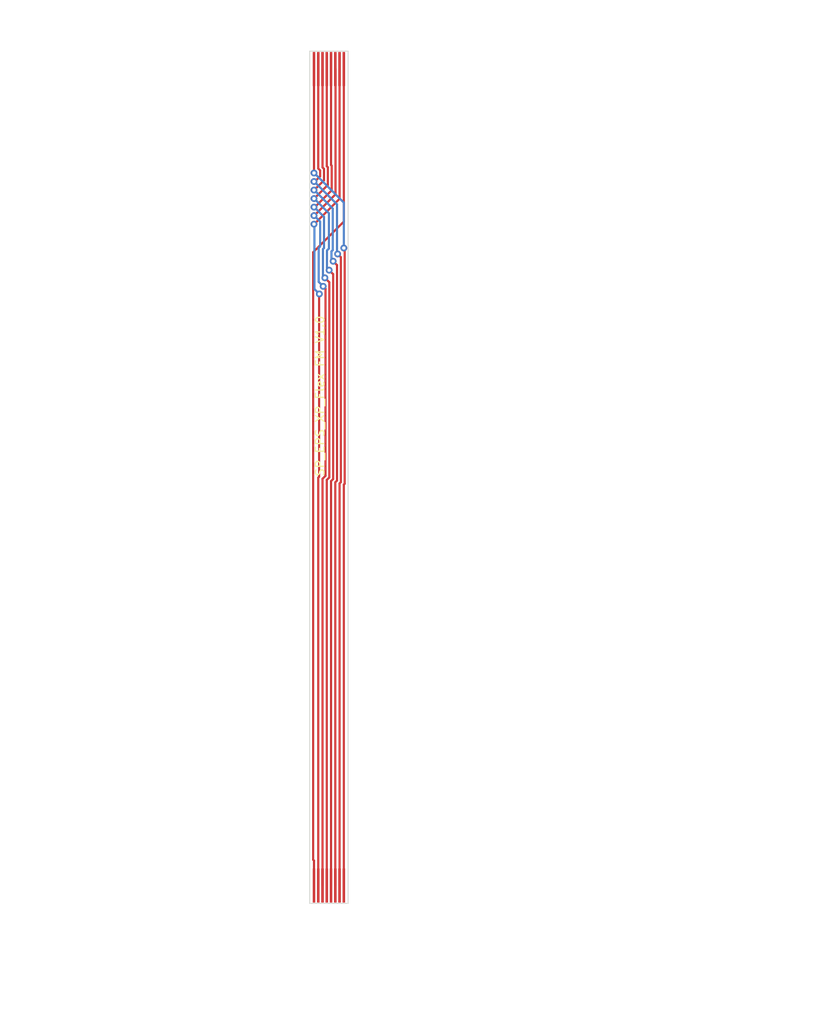
<source format=kicad_pcb>
(kicad_pcb (version 20240108) (generator "pcbnew") (generator_version "8.0")
  (layers (0 "F.Cu" signal) (31 "B.Cu" signal) (34 "B.Paste" user) (35 "F.Paste" user) (36 "B.SilkS" user "B.Silkscreen") (37 "F.SilkS" user "F.Silkscreen") (38 "B.Mask" user) (39 "F.Mask" user) (44 "Edge.Cuts" user))
  (net 0 "")
  (net 1 "8")
  (net 2 "7")
  (net 3 "6")
  (net 4 "5")
  (net 5 "4")
  (net 6 "3")
  (net 7 "2")
  (net 8 "1")
  (footprint "STS_connector:flexpcb con." (layer "F.Cu") (at 120 154.9)
    (property "Reference" "J2" (hide yes))
    (property "Value" "Conn_01x08_Male")
    (pad "1" smd rect (at 0.5 -2) (size 0.3 4) (layers "F.Cu" "F.Paste" "F.Mask") (net 8 "1"))
    (pad "2" smd rect (at 1 -2) (size 0.3 4) (layers "F.Cu" "F.Paste" "F.Mask") (net 7 "2"))
    (pad "3" smd rect (at 1.5 -2) (size 0.3 4) (layers "F.Cu" "F.Paste" "F.Mask") (net 6 "3"))
    (pad "4" smd rect (at 2 -2) (size 0.3 4) (layers "F.Cu" "F.Paste" "F.Mask") (net 5 "4"))
    (pad "5" smd rect (at 2.5 -2) (size 0.3 4) (layers "F.Cu" "F.Paste" "F.Mask") (net 4 "5"))
    (pad "6" smd rect (at 3 -2) (size 0.3 4) (layers "F.Cu" "F.Paste" "F.Mask") (net 3 "6"))
    (pad "7" smd rect (at 3.5 -2) (size 0.3 4) (layers "F.Cu" "F.Paste" "F.Mask") (net 2 "7"))
    (pad "8" smd rect (at 4 -2) (size 0.3 4) (layers "F.Cu" "F.Paste" "F.Mask") (net 1 "8"))
  )
  (footprint "STS_connector:flexpcb con." (layer "F.Cu") (at 120 59.1)
    (property "Reference" "J1" (hide yes))
    (property "Value" "Conn_01x08_Male")
    (pad "1" smd rect (at 0.5 -2) (size 0.3 4) (layers "F.Cu" "F.Paste" "F.Mask") (net 1 "8"))
    (pad "2" smd rect (at 1 -2) (size 0.3 4) (layers "F.Cu" "F.Paste" "F.Mask") (net 2 "7"))
    (pad "3" smd rect (at 1.5 -2) (size 0.3 4) (layers "F.Cu" "F.Paste" "F.Mask") (net 3 "6"))
    (pad "4" smd rect (at 2 -2) (size 0.3 4) (layers "F.Cu" "F.Paste" "F.Mask") (net 4 "5"))
    (pad "5" smd rect (at 2.5 -2) (size 0.3 4) (layers "F.Cu" "F.Paste" "F.Mask") (net 5 "4"))
    (pad "6" smd rect (at 3 -2) (size 0.3 4) (layers "F.Cu" "F.Paste" "F.Mask") (net 6 "3"))
    (pad "7" smd rect (at 3.5 -2) (size 0.3 4) (layers "F.Cu" "F.Paste" "F.Mask") (net 7 "2"))
    (pad "8" smd rect (at 4 -2) (size 0.3 4) (layers "F.Cu" "F.Paste" "F.Mask") (net 8 "1"))
  )
  (gr_line (start 120 155) (end 124.5 155) (stroke (width 0.1)) (layer "Edge.Cuts"))
  (gr_line (start 120 55) (end 120 155) (stroke (width 0.1)) (layer "Edge.Cuts"))
  (gr_line (start 120 55) (end 124.5 55) (stroke (width 0.1)) (layer "Edge.Cuts"))
  (gr_line (start 124.5 55) (end 124.5 155) (stroke (width 0.1)) (layer "Edge.Cuts"))
  (gr_text "SP_EPS_XP_Flex FM V1.0" (at 121.8 105 90) (layer "F.SilkS") (effects (font (size 1 1)) (justify left bottom)))
  (segment (start 124.1 78.2) (end 124 78.1) (width 0.25) (layer "F.Cu") (net 1))
  (segment (start 120.5 57.1) (end 120.5 69.3) (width 0.25) (layer "F.Cu") (net 1))
  (segment (start 124 105.861396) (end 124.1 105.761396) (width 0.25) (layer "F.Cu") (net 1))
  (segment (start 124 152.9) (end 124 105.861396) (width 0.25) (layer "F.Cu") (net 1))
  (segment (start 124.1 105.761396) (end 124.1 78.2) (width 0.25) (layer "F.Cu") (net 1))
  (via (at 124 78.1) (size 0.8) (drill 0.4) (layers "F.Cu" "B.Cu") (net 1))
  (via (at 120.5 69.3) (size 0.8) (drill 0.4) (layers "F.Cu" "B.Cu") (net 1))
  (segment (start 120.5 69.3) (end 120.525302 69.3) (width 0.25) (layer "B.Cu") (net 1))
  (segment (start 124 72.774698) (end 124 78.1) (width 0.25) (layer "B.Cu") (net 1))
  (segment (start 120.525302 69.3) (end 124 72.774698) (width 0.25) (layer "B.Cu") (net 1))
  (segment (start 123.65 105.575) (end 123.5 105.725) (width 0.25) (layer "F.Cu") (net 2))
  (segment (start 121 57.1) (end 121 68.774695) (width 0.25) (layer "F.Cu") (net 2))
  (segment (start 121.225 69.679318) (end 120.604315 70.300003) (width 0.25) (layer "F.Cu") (net 2))
  (segment (start 123.65 79.175) (end 123.65 105.575) (width 0.25) (layer "F.Cu") (net 2))
  (segment (start 121 68.774695) (end 121.225 68.999695) (width 0.25) (layer "F.Cu") (net 2))
  (segment (start 120.604315 70.300003) (end 120.5 70.300003) (width 0.25) (layer "F.Cu") (net 2))
  (segment (start 123.275 78.8) (end 123.65 79.175) (width 0.25) (layer "F.Cu") (net 2))
  (segment (start 123.5 105.725) (end 123.5 152.9) (width 0.25) (layer "F.Cu") (net 2))
  (segment (start 121.225 68.999695) (end 121.225 69.679318) (width 0.25) (layer "F.Cu") (net 2))
  (via (at 123.275 78.8) (size 0.8) (drill 0.4) (layers "F.Cu" "B.Cu") (net 2))
  (via (at 120.5 70.300003) (size 0.8) (drill 0.4) (layers "F.Cu" "B.Cu") (net 2))
  (segment (start 120.5 70.300003) (end 120.525302 70.300003) (width 0.25) (layer "B.Cu") (net 2))
  (segment (start 123.2 78.725) (end 123.275 78.8) (width 0.25) (layer "B.Cu") (net 2))
  (segment (start 123.2 72.974701) (end 123.2 78.725) (width 0.25) (layer "B.Cu") (net 2))
  (segment (start 120.525302 70.300003) (end 123.2 72.974701) (width 0.25) (layer "B.Cu") (net 2))
  (segment (start 121.675 70.150308) (end 120.525302 71.300006) (width 0.25) (layer "F.Cu") (net 3))
  (segment (start 122.745 79.648) (end 123.2 80.103) (width 0.25) (layer "F.Cu") (net 3))
  (segment (start 123.2 105.388604) (end 123 105.588604) (width 0.25) (layer "F.Cu") (net 3))
  (segment (start 123 105.588604) (end 123 152.9) (width 0.25) (layer "F.Cu") (net 3))
  (segment (start 121.675 68.813299) (end 121.675 70.150308) (width 0.25) (layer "F.Cu") (net 3))
  (segment (start 121.5 57.1) (end 121.5 68.638299) (width 0.25) (layer "F.Cu") (net 3))
  (segment (start 123.2 80.103) (end 123.2 105.388604) (width 0.25) (layer "F.Cu") (net 3))
  (segment (start 120.525302 71.300006) (end 120.5 71.300006) (width 0.25) (layer "F.Cu") (net 3))
  (segment (start 121.5 68.638299) (end 121.675 68.813299) (width 0.25) (layer "F.Cu") (net 3))
  (via (at 120.5 71.300006) (size 0.8) (drill 0.4) (layers "F.Cu" "B.Cu") (net 3))
  (via (at 122.745 79.648) (size 0.8) (drill 0.4) (layers "F.Cu" "B.Cu") (net 3))
  (segment (start 122.7 78.349695) (end 122.55 78.499695) (width 0.25) (layer "B.Cu") (net 3))
  (segment (start 122.55 79.453) (end 122.745 79.648) (width 0.25) (layer "B.Cu") (net 3))
  (segment (start 120.5 71.300006) (end 120.525302 71.300006) (width 0.25) (layer "B.Cu") (net 3))
  (segment (start 120.525302 71.300006) (end 122.7 73.474704) (width 0.25) (layer "B.Cu") (net 3))
  (segment (start 122.55 78.499695) (end 122.55 79.453) (width 0.25) (layer "B.Cu") (net 3))
  (segment (start 122.7 73.474704) (end 122.7 78.349695) (width 0.25) (layer "B.Cu") (net 3))
  (segment (start 122.125 70.700311) (end 120.525302 72.300009) (width 0.25) (layer "F.Cu") (net 4))
  (segment (start 122.5 105.452208) (end 122.75 105.202208) (width 0.25) (layer "F.Cu") (net 4))
  (segment (start 122.75 105.202208) (end 122.75 81.175) (width 0.25) (layer "F.Cu") (net 4))
  (segment (start 122.5 152.9) (end 122.5 105.452208) (width 0.25) (layer "F.Cu") (net 4))
  (segment (start 120.525302 72.300009) (end 120.5 72.300009) (width 0.25) (layer "F.Cu") (net 4))
  (segment (start 122 57.1) (end 122 68.501903) (width 0.25) (layer "F.Cu") (net 4))
  (segment (start 122 68.501903) (end 122.125 68.626903) (width 0.25) (layer "F.Cu") (net 4))
  (segment (start 122.125 68.626903) (end 122.125 70.700311) (width 0.25) (layer "F.Cu") (net 4))
  (segment (start 122.75 81.175) (end 122.275 80.7) (width 0.25) (layer "F.Cu") (net 4))
  (via (at 122.275 80.7) (size 0.8) (drill 0.4) (layers "F.Cu" "B.Cu") (net 4))
  (via (at 120.5 72.300009) (size 0.8) (drill 0.4) (layers "F.Cu" "B.Cu") (net 4))
  (segment (start 122.02 80.445) (end 122.02 78.393299) (width 0.25) (layer "B.Cu") (net 4))
  (segment (start 120.525302 72.300009) (end 120.5 72.300009) (width 0.25) (layer "B.Cu") (net 4))
  (segment (start 122.02 78.393299) (end 122.25 78.163299) (width 0.25) (layer "B.Cu") (net 4))
  (segment (start 122.25 74.024707) (end 120.525302 72.300009) (width 0.25) (layer "B.Cu") (net 4))
  (segment (start 122.25 78.163299) (end 122.25 74.024707) (width 0.25) (layer "B.Cu") (net 4))
  (segment (start 122.275 80.7) (end 122.02 80.445) (width 0.25) (layer "B.Cu") (net 4))
  (segment (start 122 105.315812) (end 122 152.9) (width 0.25) (layer "F.Cu") (net 5))
  (segment (start 122.575 71.329328) (end 120.604316 73.300012) (width 0.25) (layer "F.Cu") (net 5))
  (segment (start 120.604316 73.300012) (end 120.5 73.300012) (width 0.25) (layer "F.Cu") (net 5))
  (segment (start 122.5 57.1) (end 122.5 68.365507) (width 0.25) (layer "F.Cu") (net 5))
  (segment (start 122.5 68.365507) (end 122.575 68.440507) (width 0.25) (layer "F.Cu") (net 5))
  (segment (start 122.3 82.125) (end 122.3 105.015812) (width 0.25) (layer "F.Cu") (net 5))
  (segment (start 122.3 105.015812) (end 122 105.315812) (width 0.25) (layer "F.Cu") (net 5))
  (segment (start 121.775 81.6) (end 122.3 82.125) (width 0.25) (layer "F.Cu") (net 5))
  (segment (start 122.575 68.440507) (end 122.575 71.329328) (width 0.25) (layer "F.Cu") (net 5))
  (via (at 121.775 81.6) (size 0.8) (drill 0.4) (layers "F.Cu" "B.Cu") (net 5))
  (via (at 120.5 73.300012) (size 0.8) (drill 0.4) (layers "F.Cu" "B.Cu") (net 5))
  (segment (start 121.675 74.44971) (end 120.525302 73.300012) (width 0.25) (layer "B.Cu") (net 5))
  (segment (start 121.55 81.375) (end 121.55 78.226903) (width 0.25) (layer "B.Cu") (net 5))
  (segment (start 121.775 81.6) (end 121.55 81.375) (width 0.25) (layer "B.Cu") (net 5))
  (segment (start 121.55 78.226903) (end 121.675 78.101903) (width 0.25) (layer "B.Cu") (net 5))
  (segment (start 120.525302 73.300012) (end 120.5 73.300012) (width 0.25) (layer "B.Cu") (net 5))
  (segment (start 121.675 78.101903) (end 121.675 74.44971) (width 0.25) (layer "B.Cu") (net 5))
  (segment (start 123.025 71.800317) (end 120.525302 74.300015) (width 0.25) (layer "F.Cu") (net 6))
  (segment (start 121.5 152.9) (end 121.5 105.179416) (width 0.25) (layer "F.Cu") (net 6))
  (segment (start 121.5 105.179416) (end 121.85 104.829416) (width 0.25) (layer "F.Cu") (net 6))
  (segment (start 123.025 57.125) (end 123.025 71.800317) (width 0.25) (layer "F.Cu") (net 6))
  (segment (start 123 57.1) (end 123.025 57.125) (width 0.25) (layer "F.Cu") (net 6))
  (segment (start 121.85 82.871548) (end 121.575 82.596548) (width 0.25) (layer "F.Cu") (net 6))
  (segment (start 120.525302 74.300015) (end 120.5 74.300015) (width 0.25) (layer "F.Cu") (net 6))
  (segment (start 121.85 104.829416) (end 121.85 82.871548) (width 0.25) (layer "F.Cu") (net 6))
  (via (at 121.575 82.596548) (size 0.8) (drill 0.4) (layers "F.Cu" "B.Cu") (net 6))
  (via (at 120.5 74.300015) (size 0.8) (drill 0.4) (layers "F.Cu" "B.Cu") (net 6))
  (segment (start 121.225 74.999713) (end 120.525302 74.300015) (width 0.25) (layer "B.Cu") (net 6))
  (segment (start 121.05 82.071548) (end 121.05 78.090507) (width 0.25) (layer "B.Cu") (net 6))
  (segment (start 121.05 78.090507) (end 121.225 77.915507) (width 0.25) (layer "B.Cu") (net 6))
  (segment (start 120.525302 74.300015) (end 120.5 74.300015) (width 0.25) (layer "B.Cu") (net 6))
  (segment (start 121.225 77.915507) (end 121.225 74.999713) (width 0.25) (layer "B.Cu") (net 6))
  (segment (start 121.575 82.596548) (end 121.05 82.071548) (width 0.25) (layer "B.Cu") (net 6))
  (segment (start 123.5 72.32532) (end 120.525302 75.300018) (width 0.25) (layer "F.Cu") (net 7))
  (segment (start 120.525302 75.300018) (end 120.5 75.300018) (width 0.25) (layer "F.Cu") (net 7))
  (segment (start 123.5 57.1) (end 123.5 72.32532) (width 0.25) (layer "F.Cu") (net 7))
  (segment (start 121 105.04302) (end 121.1 104.94302) (width 0.25) (layer "F.Cu") (net 7))
  (segment (start 121.1 83.514579) (end 121.125 83.489579) (width 0.25) (layer "F.Cu") (net 7))
  (segment (start 121.1 104.94302) (end 121.1 83.514579) (width 0.25) (layer "F.Cu") (net 7))
  (segment (start 121 152.9) (end 121 105.04302) (width 0.25) (layer "F.Cu") (net 7))
  (via (at 121.125 83.489579) (size 0.8) (drill 0.4) (layers "F.Cu" "B.Cu") (net 7))
  (via (at 120.5 75.300018) (size 0.8) (drill 0.4) (layers "F.Cu" "B.Cu") (net 7))
  (segment (start 121.125 83.489579) (end 120.55 82.914579) (width 0.25) (layer "B.Cu") (net 7))
  (segment (start 120.55 82.914579) (end 120.55 75.350018) (width 0.25) (layer "B.Cu") (net 7))
  (segment (start 120.55 75.350018) (end 120.5 75.300018) (width 0.25) (layer "B.Cu") (net 7))
  (segment (start 124 75) (end 120.4 78.6) (width 0.25) (layer "F.Cu") (net 8))
  (segment (start 124 57.1) (end 124 75) (width 0.25) (layer "F.Cu") (net 8))
  (segment (start 120.4 149.875) (end 120.5 149.975) (width 0.25) (layer "F.Cu") (net 8))
  (segment (start 120.4 78.6) (end 120.4 149.875) (width 0.25) (layer "F.Cu") (net 8))
  (segment (start 120.5 149.975) (end 120.5 152.9) (width 0.25) (layer "F.Cu") (net 8))
)
</source>
